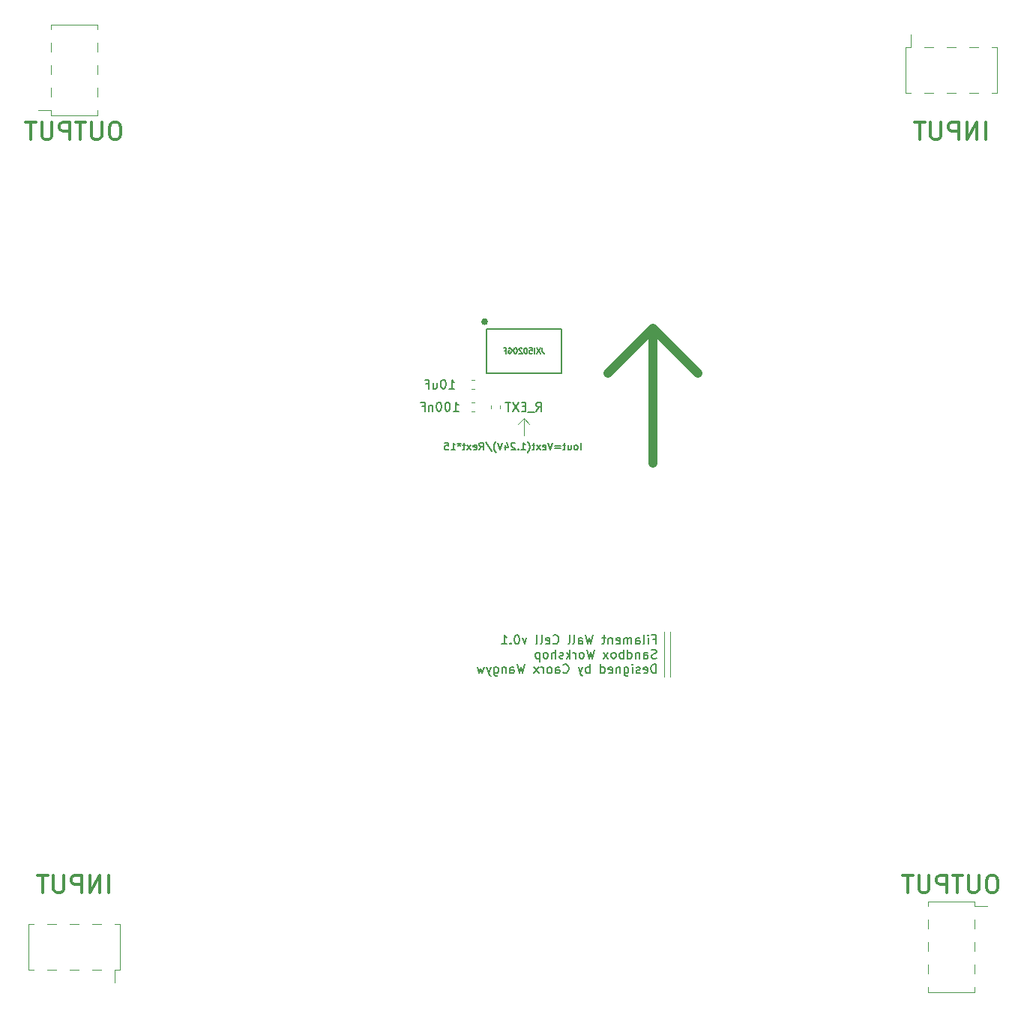
<source format=gbr>
G04 #@! TF.GenerationSoftware,KiCad,Pcbnew,(5.1.5)-3*
G04 #@! TF.CreationDate,2021-04-02T02:22:22+08:00*
G04 #@! TF.ProjectId,FilamentLEDWall,46696c61-6d65-46e7-944c-454457616c6c,rev?*
G04 #@! TF.SameCoordinates,Original*
G04 #@! TF.FileFunction,Legend,Bot*
G04 #@! TF.FilePolarity,Positive*
%FSLAX46Y46*%
G04 Gerber Fmt 4.6, Leading zero omitted, Abs format (unit mm)*
G04 Created by KiCad (PCBNEW (5.1.5)-3) date 2021-04-02 02:22:22*
%MOMM*%
%LPD*%
G04 APERTURE LIST*
%ADD10C,0.300000*%
%ADD11C,0.120000*%
%ADD12C,0.150000*%
%ADD13C,1.000000*%
%ADD14C,0.203200*%
%ADD15C,0.254000*%
%ADD16C,0.127000*%
G04 APERTURE END LIST*
D10*
X69527142Y-124519761D02*
X69527142Y-122519761D01*
X68574761Y-124519761D02*
X68574761Y-122519761D01*
X67431904Y-124519761D01*
X67431904Y-122519761D01*
X66479523Y-124519761D02*
X66479523Y-122519761D01*
X65717619Y-122519761D01*
X65527142Y-122615000D01*
X65431904Y-122710238D01*
X65336666Y-122900714D01*
X65336666Y-123186428D01*
X65431904Y-123376904D01*
X65527142Y-123472142D01*
X65717619Y-123567380D01*
X66479523Y-123567380D01*
X64479523Y-122519761D02*
X64479523Y-124138809D01*
X64384285Y-124329285D01*
X64289047Y-124424523D01*
X64098571Y-124519761D01*
X63717619Y-124519761D01*
X63527142Y-124424523D01*
X63431904Y-124329285D01*
X63336666Y-124138809D01*
X63336666Y-122519761D01*
X62670000Y-122519761D02*
X61527142Y-122519761D01*
X62098571Y-124519761D02*
X62098571Y-122519761D01*
X169539523Y-122519761D02*
X169158571Y-122519761D01*
X168968095Y-122615000D01*
X168777619Y-122805476D01*
X168682380Y-123186428D01*
X168682380Y-123853095D01*
X168777619Y-124234047D01*
X168968095Y-124424523D01*
X169158571Y-124519761D01*
X169539523Y-124519761D01*
X169730000Y-124424523D01*
X169920476Y-124234047D01*
X170015714Y-123853095D01*
X170015714Y-123186428D01*
X169920476Y-122805476D01*
X169730000Y-122615000D01*
X169539523Y-122519761D01*
X167825238Y-122519761D02*
X167825238Y-124138809D01*
X167730000Y-124329285D01*
X167634761Y-124424523D01*
X167444285Y-124519761D01*
X167063333Y-124519761D01*
X166872857Y-124424523D01*
X166777619Y-124329285D01*
X166682380Y-124138809D01*
X166682380Y-122519761D01*
X166015714Y-122519761D02*
X164872857Y-122519761D01*
X165444285Y-124519761D02*
X165444285Y-122519761D01*
X164206190Y-124519761D02*
X164206190Y-122519761D01*
X163444285Y-122519761D01*
X163253809Y-122615000D01*
X163158571Y-122710238D01*
X163063333Y-122900714D01*
X163063333Y-123186428D01*
X163158571Y-123376904D01*
X163253809Y-123472142D01*
X163444285Y-123567380D01*
X164206190Y-123567380D01*
X162206190Y-122519761D02*
X162206190Y-124138809D01*
X162110952Y-124329285D01*
X162015714Y-124424523D01*
X161825238Y-124519761D01*
X161444285Y-124519761D01*
X161253809Y-124424523D01*
X161158571Y-124329285D01*
X161063333Y-124138809D01*
X161063333Y-122519761D01*
X160396666Y-122519761D02*
X159253809Y-122519761D01*
X159825238Y-124519761D02*
X159825238Y-122519761D01*
X168587142Y-39429761D02*
X168587142Y-37429761D01*
X167634761Y-39429761D02*
X167634761Y-37429761D01*
X166491904Y-39429761D01*
X166491904Y-37429761D01*
X165539523Y-39429761D02*
X165539523Y-37429761D01*
X164777619Y-37429761D01*
X164587142Y-37525000D01*
X164491904Y-37620238D01*
X164396666Y-37810714D01*
X164396666Y-38096428D01*
X164491904Y-38286904D01*
X164587142Y-38382142D01*
X164777619Y-38477380D01*
X165539523Y-38477380D01*
X163539523Y-37429761D02*
X163539523Y-39048809D01*
X163444285Y-39239285D01*
X163349047Y-39334523D01*
X163158571Y-39429761D01*
X162777619Y-39429761D01*
X162587142Y-39334523D01*
X162491904Y-39239285D01*
X162396666Y-39048809D01*
X162396666Y-37429761D01*
X161730000Y-37429761D02*
X160587142Y-37429761D01*
X161158571Y-39429761D02*
X161158571Y-37429761D01*
X70479523Y-37429761D02*
X70098571Y-37429761D01*
X69908095Y-37525000D01*
X69717619Y-37715476D01*
X69622380Y-38096428D01*
X69622380Y-38763095D01*
X69717619Y-39144047D01*
X69908095Y-39334523D01*
X70098571Y-39429761D01*
X70479523Y-39429761D01*
X70670000Y-39334523D01*
X70860476Y-39144047D01*
X70955714Y-38763095D01*
X70955714Y-38096428D01*
X70860476Y-37715476D01*
X70670000Y-37525000D01*
X70479523Y-37429761D01*
X68765238Y-37429761D02*
X68765238Y-39048809D01*
X68670000Y-39239285D01*
X68574761Y-39334523D01*
X68384285Y-39429761D01*
X68003333Y-39429761D01*
X67812857Y-39334523D01*
X67717619Y-39239285D01*
X67622380Y-39048809D01*
X67622380Y-37429761D01*
X66955714Y-37429761D02*
X65812857Y-37429761D01*
X66384285Y-39429761D02*
X66384285Y-37429761D01*
X65146190Y-39429761D02*
X65146190Y-37429761D01*
X64384285Y-37429761D01*
X64193809Y-37525000D01*
X64098571Y-37620238D01*
X64003333Y-37810714D01*
X64003333Y-38096428D01*
X64098571Y-38286904D01*
X64193809Y-38382142D01*
X64384285Y-38477380D01*
X65146190Y-38477380D01*
X63146190Y-37429761D02*
X63146190Y-39048809D01*
X63050952Y-39239285D01*
X62955714Y-39334523D01*
X62765238Y-39429761D01*
X62384285Y-39429761D01*
X62193809Y-39334523D01*
X62098571Y-39239285D01*
X62003333Y-39048809D01*
X62003333Y-37429761D01*
X61336666Y-37429761D02*
X60193809Y-37429761D01*
X60765238Y-39429761D02*
X60765238Y-37429761D01*
D11*
X117105000Y-71545000D02*
X116470000Y-70910000D01*
X116470000Y-70910000D02*
X115835000Y-71545000D01*
X116470000Y-72815000D02*
X116470000Y-70910000D01*
D12*
X117850952Y-70092380D02*
X118184285Y-69616190D01*
X118422380Y-70092380D02*
X118422380Y-69092380D01*
X118041428Y-69092380D01*
X117946190Y-69140000D01*
X117898571Y-69187619D01*
X117850952Y-69282857D01*
X117850952Y-69425714D01*
X117898571Y-69520952D01*
X117946190Y-69568571D01*
X118041428Y-69616190D01*
X118422380Y-69616190D01*
X117660476Y-70187619D02*
X116898571Y-70187619D01*
X116660476Y-69568571D02*
X116327142Y-69568571D01*
X116184285Y-70092380D02*
X116660476Y-70092380D01*
X116660476Y-69092380D01*
X116184285Y-69092380D01*
X115850952Y-69092380D02*
X115184285Y-70092380D01*
X115184285Y-69092380D02*
X115850952Y-70092380D01*
X114946190Y-69092380D02*
X114374761Y-69092380D01*
X114660476Y-70092380D02*
X114660476Y-69092380D01*
X122876190Y-74446904D02*
X122876190Y-73646904D01*
X122380952Y-74446904D02*
X122457142Y-74408809D01*
X122495238Y-74370714D01*
X122533333Y-74294523D01*
X122533333Y-74065952D01*
X122495238Y-73989761D01*
X122457142Y-73951666D01*
X122380952Y-73913571D01*
X122266666Y-73913571D01*
X122190476Y-73951666D01*
X122152380Y-73989761D01*
X122114285Y-74065952D01*
X122114285Y-74294523D01*
X122152380Y-74370714D01*
X122190476Y-74408809D01*
X122266666Y-74446904D01*
X122380952Y-74446904D01*
X121428571Y-73913571D02*
X121428571Y-74446904D01*
X121771428Y-73913571D02*
X121771428Y-74332619D01*
X121733333Y-74408809D01*
X121657142Y-74446904D01*
X121542857Y-74446904D01*
X121466666Y-74408809D01*
X121428571Y-74370714D01*
X121161904Y-73913571D02*
X120857142Y-73913571D01*
X121047619Y-73646904D02*
X121047619Y-74332619D01*
X121009523Y-74408809D01*
X120933333Y-74446904D01*
X120857142Y-74446904D01*
X120590476Y-74027857D02*
X119980952Y-74027857D01*
X119980952Y-74256428D02*
X120590476Y-74256428D01*
X119714285Y-73646904D02*
X119447619Y-74446904D01*
X119180952Y-73646904D01*
X118609523Y-74408809D02*
X118685714Y-74446904D01*
X118838095Y-74446904D01*
X118914285Y-74408809D01*
X118952380Y-74332619D01*
X118952380Y-74027857D01*
X118914285Y-73951666D01*
X118838095Y-73913571D01*
X118685714Y-73913571D01*
X118609523Y-73951666D01*
X118571428Y-74027857D01*
X118571428Y-74104047D01*
X118952380Y-74180238D01*
X118304761Y-74446904D02*
X117885714Y-73913571D01*
X118304761Y-73913571D02*
X117885714Y-74446904D01*
X117695238Y-73913571D02*
X117390476Y-73913571D01*
X117580952Y-73646904D02*
X117580952Y-74332619D01*
X117542857Y-74408809D01*
X117466666Y-74446904D01*
X117390476Y-74446904D01*
X116895238Y-74751666D02*
X116933333Y-74713571D01*
X117009523Y-74599285D01*
X117047619Y-74523095D01*
X117085714Y-74408809D01*
X117123809Y-74218333D01*
X117123809Y-74065952D01*
X117085714Y-73875476D01*
X117047619Y-73761190D01*
X117009523Y-73685000D01*
X116933333Y-73570714D01*
X116895238Y-73532619D01*
X116171428Y-74446904D02*
X116628571Y-74446904D01*
X116400000Y-74446904D02*
X116400000Y-73646904D01*
X116476190Y-73761190D01*
X116552380Y-73837380D01*
X116628571Y-73875476D01*
X115828571Y-74370714D02*
X115790476Y-74408809D01*
X115828571Y-74446904D01*
X115866666Y-74408809D01*
X115828571Y-74370714D01*
X115828571Y-74446904D01*
X115485714Y-73723095D02*
X115447619Y-73685000D01*
X115371428Y-73646904D01*
X115180952Y-73646904D01*
X115104761Y-73685000D01*
X115066666Y-73723095D01*
X115028571Y-73799285D01*
X115028571Y-73875476D01*
X115066666Y-73989761D01*
X115523809Y-74446904D01*
X115028571Y-74446904D01*
X114342857Y-73913571D02*
X114342857Y-74446904D01*
X114533333Y-73608809D02*
X114723809Y-74180238D01*
X114228571Y-74180238D01*
X114038095Y-73646904D02*
X113771428Y-74446904D01*
X113504761Y-73646904D01*
X113314285Y-74751666D02*
X113276190Y-74713571D01*
X113200000Y-74599285D01*
X113161904Y-74523095D01*
X113123809Y-74408809D01*
X113085714Y-74218333D01*
X113085714Y-74065952D01*
X113123809Y-73875476D01*
X113161904Y-73761190D01*
X113200000Y-73685000D01*
X113276190Y-73570714D01*
X113314285Y-73532619D01*
X112133333Y-73608809D02*
X112819047Y-74637380D01*
X111409523Y-74446904D02*
X111676190Y-74065952D01*
X111866666Y-74446904D02*
X111866666Y-73646904D01*
X111561904Y-73646904D01*
X111485714Y-73685000D01*
X111447619Y-73723095D01*
X111409523Y-73799285D01*
X111409523Y-73913571D01*
X111447619Y-73989761D01*
X111485714Y-74027857D01*
X111561904Y-74065952D01*
X111866666Y-74065952D01*
X110761904Y-74408809D02*
X110838095Y-74446904D01*
X110990476Y-74446904D01*
X111066666Y-74408809D01*
X111104761Y-74332619D01*
X111104761Y-74027857D01*
X111066666Y-73951666D01*
X110990476Y-73913571D01*
X110838095Y-73913571D01*
X110761904Y-73951666D01*
X110723809Y-74027857D01*
X110723809Y-74104047D01*
X111104761Y-74180238D01*
X110457142Y-74446904D02*
X110038095Y-73913571D01*
X110457142Y-73913571D02*
X110038095Y-74446904D01*
X109847619Y-73913571D02*
X109542857Y-73913571D01*
X109733333Y-73646904D02*
X109733333Y-74332619D01*
X109695238Y-74408809D01*
X109619047Y-74446904D01*
X109542857Y-74446904D01*
X109161904Y-73646904D02*
X109161904Y-73837380D01*
X109352380Y-73761190D02*
X109161904Y-73837380D01*
X108971428Y-73761190D01*
X109276190Y-73989761D02*
X109161904Y-73837380D01*
X109047619Y-73989761D01*
X108247619Y-74446904D02*
X108704761Y-74446904D01*
X108476190Y-74446904D02*
X108476190Y-73646904D01*
X108552380Y-73761190D01*
X108628571Y-73837380D01*
X108704761Y-73875476D01*
X107523809Y-73646904D02*
X107904761Y-73646904D01*
X107942857Y-74027857D01*
X107904761Y-73989761D01*
X107828571Y-73951666D01*
X107638095Y-73951666D01*
X107561904Y-73989761D01*
X107523809Y-74027857D01*
X107485714Y-74104047D01*
X107485714Y-74294523D01*
X107523809Y-74370714D01*
X107561904Y-74408809D01*
X107638095Y-74446904D01*
X107828571Y-74446904D01*
X107904761Y-74408809D01*
X107942857Y-74370714D01*
X108016428Y-67552380D02*
X108587857Y-67552380D01*
X108302142Y-67552380D02*
X108302142Y-66552380D01*
X108397380Y-66695238D01*
X108492619Y-66790476D01*
X108587857Y-66838095D01*
X107397380Y-66552380D02*
X107302142Y-66552380D01*
X107206904Y-66600000D01*
X107159285Y-66647619D01*
X107111666Y-66742857D01*
X107064047Y-66933333D01*
X107064047Y-67171428D01*
X107111666Y-67361904D01*
X107159285Y-67457142D01*
X107206904Y-67504761D01*
X107302142Y-67552380D01*
X107397380Y-67552380D01*
X107492619Y-67504761D01*
X107540238Y-67457142D01*
X107587857Y-67361904D01*
X107635476Y-67171428D01*
X107635476Y-66933333D01*
X107587857Y-66742857D01*
X107540238Y-66647619D01*
X107492619Y-66600000D01*
X107397380Y-66552380D01*
X106206904Y-66885714D02*
X106206904Y-67552380D01*
X106635476Y-66885714D02*
X106635476Y-67409523D01*
X106587857Y-67504761D01*
X106492619Y-67552380D01*
X106349761Y-67552380D01*
X106254523Y-67504761D01*
X106206904Y-67457142D01*
X105397380Y-67028571D02*
X105730714Y-67028571D01*
X105730714Y-67552380D02*
X105730714Y-66552380D01*
X105254523Y-66552380D01*
X108492619Y-70092380D02*
X109064047Y-70092380D01*
X108778333Y-70092380D02*
X108778333Y-69092380D01*
X108873571Y-69235238D01*
X108968809Y-69330476D01*
X109064047Y-69378095D01*
X107873571Y-69092380D02*
X107778333Y-69092380D01*
X107683095Y-69140000D01*
X107635476Y-69187619D01*
X107587857Y-69282857D01*
X107540238Y-69473333D01*
X107540238Y-69711428D01*
X107587857Y-69901904D01*
X107635476Y-69997142D01*
X107683095Y-70044761D01*
X107778333Y-70092380D01*
X107873571Y-70092380D01*
X107968809Y-70044761D01*
X108016428Y-69997142D01*
X108064047Y-69901904D01*
X108111666Y-69711428D01*
X108111666Y-69473333D01*
X108064047Y-69282857D01*
X108016428Y-69187619D01*
X107968809Y-69140000D01*
X107873571Y-69092380D01*
X106921190Y-69092380D02*
X106825952Y-69092380D01*
X106730714Y-69140000D01*
X106683095Y-69187619D01*
X106635476Y-69282857D01*
X106587857Y-69473333D01*
X106587857Y-69711428D01*
X106635476Y-69901904D01*
X106683095Y-69997142D01*
X106730714Y-70044761D01*
X106825952Y-70092380D01*
X106921190Y-70092380D01*
X107016428Y-70044761D01*
X107064047Y-69997142D01*
X107111666Y-69901904D01*
X107159285Y-69711428D01*
X107159285Y-69473333D01*
X107111666Y-69282857D01*
X107064047Y-69187619D01*
X107016428Y-69140000D01*
X106921190Y-69092380D01*
X106159285Y-69425714D02*
X106159285Y-70092380D01*
X106159285Y-69520952D02*
X106111666Y-69473333D01*
X106016428Y-69425714D01*
X105873571Y-69425714D01*
X105778333Y-69473333D01*
X105730714Y-69568571D01*
X105730714Y-70092380D01*
X104921190Y-69568571D02*
X105254523Y-69568571D01*
X105254523Y-70092380D02*
X105254523Y-69092380D01*
X104778333Y-69092380D01*
D11*
X132980000Y-100120000D02*
X132980000Y-95040000D01*
X132345000Y-100120000D02*
X132345000Y-95040000D01*
D12*
X131041071Y-95858571D02*
X131374404Y-95858571D01*
X131374404Y-96382380D02*
X131374404Y-95382380D01*
X130898214Y-95382380D01*
X130517261Y-96382380D02*
X130517261Y-95715714D01*
X130517261Y-95382380D02*
X130564880Y-95430000D01*
X130517261Y-95477619D01*
X130469642Y-95430000D01*
X130517261Y-95382380D01*
X130517261Y-95477619D01*
X129898214Y-96382380D02*
X129993452Y-96334761D01*
X130041071Y-96239523D01*
X130041071Y-95382380D01*
X129088690Y-96382380D02*
X129088690Y-95858571D01*
X129136309Y-95763333D01*
X129231547Y-95715714D01*
X129422023Y-95715714D01*
X129517261Y-95763333D01*
X129088690Y-96334761D02*
X129183928Y-96382380D01*
X129422023Y-96382380D01*
X129517261Y-96334761D01*
X129564880Y-96239523D01*
X129564880Y-96144285D01*
X129517261Y-96049047D01*
X129422023Y-96001428D01*
X129183928Y-96001428D01*
X129088690Y-95953809D01*
X128612499Y-96382380D02*
X128612499Y-95715714D01*
X128612499Y-95810952D02*
X128564880Y-95763333D01*
X128469642Y-95715714D01*
X128326785Y-95715714D01*
X128231547Y-95763333D01*
X128183928Y-95858571D01*
X128183928Y-96382380D01*
X128183928Y-95858571D02*
X128136309Y-95763333D01*
X128041071Y-95715714D01*
X127898214Y-95715714D01*
X127802976Y-95763333D01*
X127755357Y-95858571D01*
X127755357Y-96382380D01*
X126898214Y-96334761D02*
X126993452Y-96382380D01*
X127183928Y-96382380D01*
X127279166Y-96334761D01*
X127326785Y-96239523D01*
X127326785Y-95858571D01*
X127279166Y-95763333D01*
X127183928Y-95715714D01*
X126993452Y-95715714D01*
X126898214Y-95763333D01*
X126850595Y-95858571D01*
X126850595Y-95953809D01*
X127326785Y-96049047D01*
X126422023Y-95715714D02*
X126422023Y-96382380D01*
X126422023Y-95810952D02*
X126374404Y-95763333D01*
X126279166Y-95715714D01*
X126136309Y-95715714D01*
X126041071Y-95763333D01*
X125993452Y-95858571D01*
X125993452Y-96382380D01*
X125660119Y-95715714D02*
X125279166Y-95715714D01*
X125517261Y-95382380D02*
X125517261Y-96239523D01*
X125469642Y-96334761D01*
X125374404Y-96382380D01*
X125279166Y-96382380D01*
X124279166Y-95382380D02*
X124041071Y-96382380D01*
X123850595Y-95668095D01*
X123660119Y-96382380D01*
X123422023Y-95382380D01*
X122612500Y-96382380D02*
X122612500Y-95858571D01*
X122660119Y-95763333D01*
X122755357Y-95715714D01*
X122945833Y-95715714D01*
X123041071Y-95763333D01*
X122612500Y-96334761D02*
X122707738Y-96382380D01*
X122945833Y-96382380D01*
X123041071Y-96334761D01*
X123088690Y-96239523D01*
X123088690Y-96144285D01*
X123041071Y-96049047D01*
X122945833Y-96001428D01*
X122707738Y-96001428D01*
X122612500Y-95953809D01*
X121993452Y-96382380D02*
X122088690Y-96334761D01*
X122136309Y-96239523D01*
X122136309Y-95382380D01*
X121469642Y-96382380D02*
X121564880Y-96334761D01*
X121612500Y-96239523D01*
X121612500Y-95382380D01*
X119755357Y-96287142D02*
X119802976Y-96334761D01*
X119945833Y-96382380D01*
X120041071Y-96382380D01*
X120183928Y-96334761D01*
X120279166Y-96239523D01*
X120326785Y-96144285D01*
X120374404Y-95953809D01*
X120374404Y-95810952D01*
X120326785Y-95620476D01*
X120279166Y-95525238D01*
X120183928Y-95430000D01*
X120041071Y-95382380D01*
X119945833Y-95382380D01*
X119802976Y-95430000D01*
X119755357Y-95477619D01*
X118945833Y-96334761D02*
X119041071Y-96382380D01*
X119231547Y-96382380D01*
X119326785Y-96334761D01*
X119374404Y-96239523D01*
X119374404Y-95858571D01*
X119326785Y-95763333D01*
X119231547Y-95715714D01*
X119041071Y-95715714D01*
X118945833Y-95763333D01*
X118898214Y-95858571D01*
X118898214Y-95953809D01*
X119374404Y-96049047D01*
X118326785Y-96382380D02*
X118422023Y-96334761D01*
X118469642Y-96239523D01*
X118469642Y-95382380D01*
X117802976Y-96382380D02*
X117898214Y-96334761D01*
X117945833Y-96239523D01*
X117945833Y-95382380D01*
X116755357Y-95715714D02*
X116517261Y-96382380D01*
X116279166Y-95715714D01*
X115707738Y-95382380D02*
X115612500Y-95382380D01*
X115517261Y-95430000D01*
X115469642Y-95477619D01*
X115422023Y-95572857D01*
X115374404Y-95763333D01*
X115374404Y-96001428D01*
X115422023Y-96191904D01*
X115469642Y-96287142D01*
X115517261Y-96334761D01*
X115612500Y-96382380D01*
X115707738Y-96382380D01*
X115802976Y-96334761D01*
X115850595Y-96287142D01*
X115898214Y-96191904D01*
X115945833Y-96001428D01*
X115945833Y-95763333D01*
X115898214Y-95572857D01*
X115850595Y-95477619D01*
X115802976Y-95430000D01*
X115707738Y-95382380D01*
X114945833Y-96287142D02*
X114898214Y-96334761D01*
X114945833Y-96382380D01*
X114993452Y-96334761D01*
X114945833Y-96287142D01*
X114945833Y-96382380D01*
X113945833Y-96382380D02*
X114517261Y-96382380D01*
X114231547Y-96382380D02*
X114231547Y-95382380D01*
X114326785Y-95525238D01*
X114422023Y-95620476D01*
X114517261Y-95668095D01*
X131422023Y-97984761D02*
X131279166Y-98032380D01*
X131041071Y-98032380D01*
X130945833Y-97984761D01*
X130898214Y-97937142D01*
X130850595Y-97841904D01*
X130850595Y-97746666D01*
X130898214Y-97651428D01*
X130945833Y-97603809D01*
X131041071Y-97556190D01*
X131231547Y-97508571D01*
X131326785Y-97460952D01*
X131374404Y-97413333D01*
X131422023Y-97318095D01*
X131422023Y-97222857D01*
X131374404Y-97127619D01*
X131326785Y-97080000D01*
X131231547Y-97032380D01*
X130993452Y-97032380D01*
X130850595Y-97080000D01*
X129993452Y-98032380D02*
X129993452Y-97508571D01*
X130041071Y-97413333D01*
X130136309Y-97365714D01*
X130326785Y-97365714D01*
X130422023Y-97413333D01*
X129993452Y-97984761D02*
X130088690Y-98032380D01*
X130326785Y-98032380D01*
X130422023Y-97984761D01*
X130469642Y-97889523D01*
X130469642Y-97794285D01*
X130422023Y-97699047D01*
X130326785Y-97651428D01*
X130088690Y-97651428D01*
X129993452Y-97603809D01*
X129517261Y-97365714D02*
X129517261Y-98032380D01*
X129517261Y-97460952D02*
X129469642Y-97413333D01*
X129374404Y-97365714D01*
X129231547Y-97365714D01*
X129136309Y-97413333D01*
X129088690Y-97508571D01*
X129088690Y-98032380D01*
X128183928Y-98032380D02*
X128183928Y-97032380D01*
X128183928Y-97984761D02*
X128279166Y-98032380D01*
X128469642Y-98032380D01*
X128564880Y-97984761D01*
X128612500Y-97937142D01*
X128660119Y-97841904D01*
X128660119Y-97556190D01*
X128612500Y-97460952D01*
X128564880Y-97413333D01*
X128469642Y-97365714D01*
X128279166Y-97365714D01*
X128183928Y-97413333D01*
X127707738Y-98032380D02*
X127707738Y-97032380D01*
X127707738Y-97413333D02*
X127612500Y-97365714D01*
X127422023Y-97365714D01*
X127326785Y-97413333D01*
X127279166Y-97460952D01*
X127231547Y-97556190D01*
X127231547Y-97841904D01*
X127279166Y-97937142D01*
X127326785Y-97984761D01*
X127422023Y-98032380D01*
X127612500Y-98032380D01*
X127707738Y-97984761D01*
X126660119Y-98032380D02*
X126755357Y-97984761D01*
X126802976Y-97937142D01*
X126850595Y-97841904D01*
X126850595Y-97556190D01*
X126802976Y-97460952D01*
X126755357Y-97413333D01*
X126660119Y-97365714D01*
X126517261Y-97365714D01*
X126422023Y-97413333D01*
X126374404Y-97460952D01*
X126326785Y-97556190D01*
X126326785Y-97841904D01*
X126374404Y-97937142D01*
X126422023Y-97984761D01*
X126517261Y-98032380D01*
X126660119Y-98032380D01*
X125993452Y-98032380D02*
X125469642Y-97365714D01*
X125993452Y-97365714D02*
X125469642Y-98032380D01*
X124422023Y-97032380D02*
X124183928Y-98032380D01*
X123993452Y-97318095D01*
X123802976Y-98032380D01*
X123564880Y-97032380D01*
X123041071Y-98032380D02*
X123136309Y-97984761D01*
X123183928Y-97937142D01*
X123231547Y-97841904D01*
X123231547Y-97556190D01*
X123183928Y-97460952D01*
X123136309Y-97413333D01*
X123041071Y-97365714D01*
X122898214Y-97365714D01*
X122802976Y-97413333D01*
X122755357Y-97460952D01*
X122707738Y-97556190D01*
X122707738Y-97841904D01*
X122755357Y-97937142D01*
X122802976Y-97984761D01*
X122898214Y-98032380D01*
X123041071Y-98032380D01*
X122279166Y-98032380D02*
X122279166Y-97365714D01*
X122279166Y-97556190D02*
X122231547Y-97460952D01*
X122183928Y-97413333D01*
X122088690Y-97365714D01*
X121993452Y-97365714D01*
X121660119Y-98032380D02*
X121660119Y-97032380D01*
X121564880Y-97651428D02*
X121279166Y-98032380D01*
X121279166Y-97365714D02*
X121660119Y-97746666D01*
X120898214Y-97984761D02*
X120802976Y-98032380D01*
X120612500Y-98032380D01*
X120517261Y-97984761D01*
X120469642Y-97889523D01*
X120469642Y-97841904D01*
X120517261Y-97746666D01*
X120612500Y-97699047D01*
X120755357Y-97699047D01*
X120850595Y-97651428D01*
X120898214Y-97556190D01*
X120898214Y-97508571D01*
X120850595Y-97413333D01*
X120755357Y-97365714D01*
X120612500Y-97365714D01*
X120517261Y-97413333D01*
X120041071Y-98032380D02*
X120041071Y-97032380D01*
X119612500Y-98032380D02*
X119612500Y-97508571D01*
X119660119Y-97413333D01*
X119755357Y-97365714D01*
X119898214Y-97365714D01*
X119993452Y-97413333D01*
X120041071Y-97460952D01*
X118993452Y-98032380D02*
X119088690Y-97984761D01*
X119136309Y-97937142D01*
X119183928Y-97841904D01*
X119183928Y-97556190D01*
X119136309Y-97460952D01*
X119088690Y-97413333D01*
X118993452Y-97365714D01*
X118850595Y-97365714D01*
X118755357Y-97413333D01*
X118707738Y-97460952D01*
X118660119Y-97556190D01*
X118660119Y-97841904D01*
X118707738Y-97937142D01*
X118755357Y-97984761D01*
X118850595Y-98032380D01*
X118993452Y-98032380D01*
X118231547Y-97365714D02*
X118231547Y-98365714D01*
X118231547Y-97413333D02*
X118136309Y-97365714D01*
X117945833Y-97365714D01*
X117850595Y-97413333D01*
X117802976Y-97460952D01*
X117755357Y-97556190D01*
X117755357Y-97841904D01*
X117802976Y-97937142D01*
X117850595Y-97984761D01*
X117945833Y-98032380D01*
X118136309Y-98032380D01*
X118231547Y-97984761D01*
X131374404Y-99682380D02*
X131374404Y-98682380D01*
X131136309Y-98682380D01*
X130993452Y-98730000D01*
X130898214Y-98825238D01*
X130850595Y-98920476D01*
X130802976Y-99110952D01*
X130802976Y-99253809D01*
X130850595Y-99444285D01*
X130898214Y-99539523D01*
X130993452Y-99634761D01*
X131136309Y-99682380D01*
X131374404Y-99682380D01*
X129993452Y-99634761D02*
X130088690Y-99682380D01*
X130279166Y-99682380D01*
X130374404Y-99634761D01*
X130422023Y-99539523D01*
X130422023Y-99158571D01*
X130374404Y-99063333D01*
X130279166Y-99015714D01*
X130088690Y-99015714D01*
X129993452Y-99063333D01*
X129945833Y-99158571D01*
X129945833Y-99253809D01*
X130422023Y-99349047D01*
X129564880Y-99634761D02*
X129469642Y-99682380D01*
X129279166Y-99682380D01*
X129183928Y-99634761D01*
X129136309Y-99539523D01*
X129136309Y-99491904D01*
X129183928Y-99396666D01*
X129279166Y-99349047D01*
X129422023Y-99349047D01*
X129517261Y-99301428D01*
X129564880Y-99206190D01*
X129564880Y-99158571D01*
X129517261Y-99063333D01*
X129422023Y-99015714D01*
X129279166Y-99015714D01*
X129183928Y-99063333D01*
X128707738Y-99682380D02*
X128707738Y-99015714D01*
X128707738Y-98682380D02*
X128755357Y-98730000D01*
X128707738Y-98777619D01*
X128660119Y-98730000D01*
X128707738Y-98682380D01*
X128707738Y-98777619D01*
X127802976Y-99015714D02*
X127802976Y-99825238D01*
X127850595Y-99920476D01*
X127898214Y-99968095D01*
X127993452Y-100015714D01*
X128136309Y-100015714D01*
X128231547Y-99968095D01*
X127802976Y-99634761D02*
X127898214Y-99682380D01*
X128088690Y-99682380D01*
X128183928Y-99634761D01*
X128231547Y-99587142D01*
X128279166Y-99491904D01*
X128279166Y-99206190D01*
X128231547Y-99110952D01*
X128183928Y-99063333D01*
X128088690Y-99015714D01*
X127898214Y-99015714D01*
X127802976Y-99063333D01*
X127326785Y-99015714D02*
X127326785Y-99682380D01*
X127326785Y-99110952D02*
X127279166Y-99063333D01*
X127183928Y-99015714D01*
X127041071Y-99015714D01*
X126945833Y-99063333D01*
X126898214Y-99158571D01*
X126898214Y-99682380D01*
X126041071Y-99634761D02*
X126136309Y-99682380D01*
X126326785Y-99682380D01*
X126422023Y-99634761D01*
X126469642Y-99539523D01*
X126469642Y-99158571D01*
X126422023Y-99063333D01*
X126326785Y-99015714D01*
X126136309Y-99015714D01*
X126041071Y-99063333D01*
X125993452Y-99158571D01*
X125993452Y-99253809D01*
X126469642Y-99349047D01*
X125136309Y-99682380D02*
X125136309Y-98682380D01*
X125136309Y-99634761D02*
X125231547Y-99682380D01*
X125422023Y-99682380D01*
X125517261Y-99634761D01*
X125564880Y-99587142D01*
X125612500Y-99491904D01*
X125612500Y-99206190D01*
X125564880Y-99110952D01*
X125517261Y-99063333D01*
X125422023Y-99015714D01*
X125231547Y-99015714D01*
X125136309Y-99063333D01*
X123898214Y-99682380D02*
X123898214Y-98682380D01*
X123898214Y-99063333D02*
X123802976Y-99015714D01*
X123612500Y-99015714D01*
X123517261Y-99063333D01*
X123469642Y-99110952D01*
X123422023Y-99206190D01*
X123422023Y-99491904D01*
X123469642Y-99587142D01*
X123517261Y-99634761D01*
X123612500Y-99682380D01*
X123802976Y-99682380D01*
X123898214Y-99634761D01*
X123088690Y-99015714D02*
X122850595Y-99682380D01*
X122612500Y-99015714D02*
X122850595Y-99682380D01*
X122945833Y-99920476D01*
X122993452Y-99968095D01*
X123088690Y-100015714D01*
X120898214Y-99587142D02*
X120945833Y-99634761D01*
X121088690Y-99682380D01*
X121183928Y-99682380D01*
X121326785Y-99634761D01*
X121422023Y-99539523D01*
X121469642Y-99444285D01*
X121517261Y-99253809D01*
X121517261Y-99110952D01*
X121469642Y-98920476D01*
X121422023Y-98825238D01*
X121326785Y-98730000D01*
X121183928Y-98682380D01*
X121088690Y-98682380D01*
X120945833Y-98730000D01*
X120898214Y-98777619D01*
X120041071Y-99682380D02*
X120041071Y-99158571D01*
X120088690Y-99063333D01*
X120183928Y-99015714D01*
X120374404Y-99015714D01*
X120469642Y-99063333D01*
X120041071Y-99634761D02*
X120136309Y-99682380D01*
X120374404Y-99682380D01*
X120469642Y-99634761D01*
X120517261Y-99539523D01*
X120517261Y-99444285D01*
X120469642Y-99349047D01*
X120374404Y-99301428D01*
X120136309Y-99301428D01*
X120041071Y-99253809D01*
X119422023Y-99682380D02*
X119517261Y-99634761D01*
X119564880Y-99587142D01*
X119612500Y-99491904D01*
X119612500Y-99206190D01*
X119564880Y-99110952D01*
X119517261Y-99063333D01*
X119422023Y-99015714D01*
X119279166Y-99015714D01*
X119183928Y-99063333D01*
X119136309Y-99110952D01*
X119088690Y-99206190D01*
X119088690Y-99491904D01*
X119136309Y-99587142D01*
X119183928Y-99634761D01*
X119279166Y-99682380D01*
X119422023Y-99682380D01*
X118660119Y-99682380D02*
X118660119Y-99015714D01*
X118660119Y-99206190D02*
X118612500Y-99110952D01*
X118564880Y-99063333D01*
X118469642Y-99015714D01*
X118374404Y-99015714D01*
X118136309Y-99682380D02*
X117612500Y-99015714D01*
X118136309Y-99015714D02*
X117612500Y-99682380D01*
X116564880Y-98682380D02*
X116326785Y-99682380D01*
X116136309Y-98968095D01*
X115945833Y-99682380D01*
X115707738Y-98682380D01*
X114898214Y-99682380D02*
X114898214Y-99158571D01*
X114945833Y-99063333D01*
X115041071Y-99015714D01*
X115231547Y-99015714D01*
X115326785Y-99063333D01*
X114898214Y-99634761D02*
X114993452Y-99682380D01*
X115231547Y-99682380D01*
X115326785Y-99634761D01*
X115374404Y-99539523D01*
X115374404Y-99444285D01*
X115326785Y-99349047D01*
X115231547Y-99301428D01*
X114993452Y-99301428D01*
X114898214Y-99253809D01*
X114422023Y-99015714D02*
X114422023Y-99682380D01*
X114422023Y-99110952D02*
X114374404Y-99063333D01*
X114279166Y-99015714D01*
X114136309Y-99015714D01*
X114041071Y-99063333D01*
X113993452Y-99158571D01*
X113993452Y-99682380D01*
X113088690Y-99015714D02*
X113088690Y-99825238D01*
X113136309Y-99920476D01*
X113183928Y-99968095D01*
X113279166Y-100015714D01*
X113422023Y-100015714D01*
X113517261Y-99968095D01*
X113088690Y-99634761D02*
X113183928Y-99682380D01*
X113374404Y-99682380D01*
X113469642Y-99634761D01*
X113517261Y-99587142D01*
X113564880Y-99491904D01*
X113564880Y-99206190D01*
X113517261Y-99110952D01*
X113469642Y-99063333D01*
X113374404Y-99015714D01*
X113183928Y-99015714D01*
X113088690Y-99063333D01*
X112707738Y-99015714D02*
X112469642Y-99682380D01*
X112231547Y-99015714D02*
X112469642Y-99682380D01*
X112564880Y-99920476D01*
X112612500Y-99968095D01*
X112707738Y-100015714D01*
X111945833Y-99015714D02*
X111755357Y-99682380D01*
X111564880Y-99206190D01*
X111374404Y-99682380D01*
X111183928Y-99015714D01*
D13*
X136155000Y-65830000D02*
X131075000Y-60750000D01*
X131075000Y-60750000D02*
X125995000Y-65830000D01*
X131075000Y-75990000D02*
X131075000Y-60750000D01*
D11*
X113805000Y-69468733D02*
X113805000Y-69811267D01*
X112785000Y-69468733D02*
X112785000Y-69811267D01*
X110926267Y-67610000D02*
X110583733Y-67610000D01*
X110926267Y-66590000D02*
X110583733Y-66590000D01*
X110926267Y-70150000D02*
X110583733Y-70150000D01*
X110926267Y-69130000D02*
X110583733Y-69130000D01*
X166760000Y-34140000D02*
X167780000Y-34140000D01*
X166760000Y-28940000D02*
X167780000Y-28940000D01*
X164220000Y-34140000D02*
X165240000Y-34140000D01*
X164220000Y-28940000D02*
X165240000Y-28940000D01*
X161680000Y-34140000D02*
X162700000Y-34140000D01*
X161680000Y-28940000D02*
X162700000Y-28940000D01*
X169300000Y-34140000D02*
X169870000Y-34140000D01*
X169300000Y-28940000D02*
X169870000Y-28940000D01*
X159590000Y-34140000D02*
X160160000Y-34140000D01*
X159590000Y-28940000D02*
X160160000Y-28940000D01*
X160160000Y-27500000D02*
X160160000Y-28940000D01*
X169870000Y-28940000D02*
X169870000Y-34140000D01*
X159590000Y-28940000D02*
X159590000Y-34140000D01*
X162130000Y-132630000D02*
X162130000Y-133650000D01*
X167330000Y-132630000D02*
X167330000Y-133650000D01*
X162130000Y-130090000D02*
X162130000Y-131110000D01*
X167330000Y-130090000D02*
X167330000Y-131110000D01*
X162130000Y-127550000D02*
X162130000Y-128570000D01*
X167330000Y-127550000D02*
X167330000Y-128570000D01*
X162130000Y-135170000D02*
X162130000Y-135740000D01*
X167330000Y-135170000D02*
X167330000Y-135740000D01*
X162130000Y-125460000D02*
X162130000Y-126030000D01*
X167330000Y-125460000D02*
X167330000Y-126030000D01*
X168770000Y-126030000D02*
X167330000Y-126030000D01*
X167330000Y-135740000D02*
X162130000Y-135740000D01*
X167330000Y-125460000D02*
X162130000Y-125460000D01*
X63640000Y-128000000D02*
X62620000Y-128000000D01*
X63640000Y-133200000D02*
X62620000Y-133200000D01*
X66180000Y-128000000D02*
X65160000Y-128000000D01*
X66180000Y-133200000D02*
X65160000Y-133200000D01*
X68720000Y-128000000D02*
X67700000Y-128000000D01*
X68720000Y-133200000D02*
X67700000Y-133200000D01*
X61100000Y-128000000D02*
X60530000Y-128000000D01*
X61100000Y-133200000D02*
X60530000Y-133200000D01*
X70810000Y-128000000D02*
X70240000Y-128000000D01*
X70810000Y-133200000D02*
X70240000Y-133200000D01*
X70240000Y-134640000D02*
X70240000Y-133200000D01*
X60530000Y-133200000D02*
X60530000Y-128000000D01*
X70810000Y-133200000D02*
X70810000Y-128000000D01*
X68270000Y-29510000D02*
X68270000Y-28490000D01*
X63070000Y-29510000D02*
X63070000Y-28490000D01*
X68270000Y-32050000D02*
X68270000Y-31030000D01*
X63070000Y-32050000D02*
X63070000Y-31030000D01*
X68270000Y-34590000D02*
X68270000Y-33570000D01*
X63070000Y-34590000D02*
X63070000Y-33570000D01*
X68270000Y-26970000D02*
X68270000Y-26400000D01*
X63070000Y-26970000D02*
X63070000Y-26400000D01*
X68270000Y-36680000D02*
X68270000Y-36110000D01*
X63070000Y-36680000D02*
X63070000Y-36110000D01*
X61630000Y-36110000D02*
X63070000Y-36110000D01*
X63070000Y-26400000D02*
X68270000Y-26400000D01*
X63070000Y-36680000D02*
X68270000Y-36680000D01*
D14*
X112220580Y-60790640D02*
X112220580Y-65789360D01*
X120719420Y-60790640D02*
X112220580Y-60790640D01*
X120719420Y-65789360D02*
X120719420Y-60790640D01*
X112220580Y-65789360D02*
X120719420Y-65789360D01*
D15*
X112152000Y-59988000D02*
G75*
G03X112152000Y-59988000I-127000J0D01*
G01*
X112279000Y-59988000D02*
G75*
G03X112279000Y-59988000I-254000J0D01*
G01*
D16*
X118545542Y-62956171D02*
X118545542Y-63391600D01*
X118574571Y-63478685D01*
X118632628Y-63536742D01*
X118719714Y-63565771D01*
X118777771Y-63565771D01*
X118313314Y-62956171D02*
X117906914Y-63565771D01*
X117906914Y-62956171D02*
X118313314Y-63565771D01*
X117674685Y-63565771D02*
X117674685Y-62956171D01*
X117094114Y-62956171D02*
X117384400Y-62956171D01*
X117413428Y-63246457D01*
X117384400Y-63217428D01*
X117326342Y-63188400D01*
X117181200Y-63188400D01*
X117123142Y-63217428D01*
X117094114Y-63246457D01*
X117065085Y-63304514D01*
X117065085Y-63449657D01*
X117094114Y-63507714D01*
X117123142Y-63536742D01*
X117181200Y-63565771D01*
X117326342Y-63565771D01*
X117384400Y-63536742D01*
X117413428Y-63507714D01*
X116687714Y-62956171D02*
X116629657Y-62956171D01*
X116571600Y-62985200D01*
X116542571Y-63014228D01*
X116513542Y-63072285D01*
X116484514Y-63188400D01*
X116484514Y-63333542D01*
X116513542Y-63449657D01*
X116542571Y-63507714D01*
X116571600Y-63536742D01*
X116629657Y-63565771D01*
X116687714Y-63565771D01*
X116745771Y-63536742D01*
X116774800Y-63507714D01*
X116803828Y-63449657D01*
X116832857Y-63333542D01*
X116832857Y-63188400D01*
X116803828Y-63072285D01*
X116774800Y-63014228D01*
X116745771Y-62985200D01*
X116687714Y-62956171D01*
X116252285Y-63014228D02*
X116223257Y-62985200D01*
X116165200Y-62956171D01*
X116020057Y-62956171D01*
X115962000Y-62985200D01*
X115932971Y-63014228D01*
X115903942Y-63072285D01*
X115903942Y-63130342D01*
X115932971Y-63217428D01*
X116281314Y-63565771D01*
X115903942Y-63565771D01*
X115526571Y-62956171D02*
X115468514Y-62956171D01*
X115410457Y-62985200D01*
X115381428Y-63014228D01*
X115352400Y-63072285D01*
X115323371Y-63188400D01*
X115323371Y-63333542D01*
X115352400Y-63449657D01*
X115381428Y-63507714D01*
X115410457Y-63536742D01*
X115468514Y-63565771D01*
X115526571Y-63565771D01*
X115584628Y-63536742D01*
X115613657Y-63507714D01*
X115642685Y-63449657D01*
X115671714Y-63333542D01*
X115671714Y-63188400D01*
X115642685Y-63072285D01*
X115613657Y-63014228D01*
X115584628Y-62985200D01*
X115526571Y-62956171D01*
X114742800Y-62985200D02*
X114800857Y-62956171D01*
X114887942Y-62956171D01*
X114975028Y-62985200D01*
X115033085Y-63043257D01*
X115062114Y-63101314D01*
X115091142Y-63217428D01*
X115091142Y-63304514D01*
X115062114Y-63420628D01*
X115033085Y-63478685D01*
X114975028Y-63536742D01*
X114887942Y-63565771D01*
X114829885Y-63565771D01*
X114742800Y-63536742D01*
X114713771Y-63507714D01*
X114713771Y-63304514D01*
X114829885Y-63304514D01*
X114249314Y-63246457D02*
X114452514Y-63246457D01*
X114452514Y-63565771D02*
X114452514Y-62956171D01*
X114162228Y-62956171D01*
M02*

</source>
